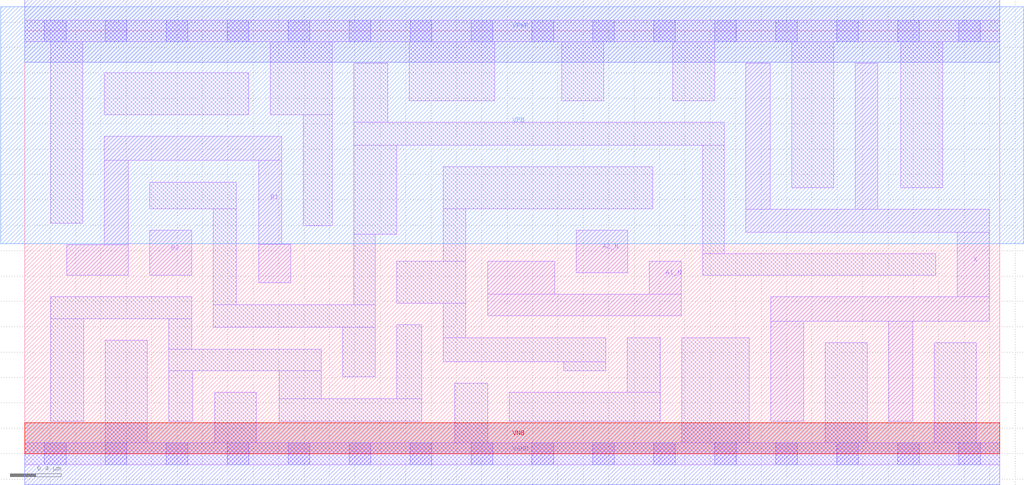
<source format=lef>
# Copyright 2020 The SkyWater PDK Authors
#
# Licensed under the Apache License, Version 2.0 (the "License");
# you may not use this file except in compliance with the License.
# You may obtain a copy of the License at
#
#     https://www.apache.org/licenses/LICENSE-2.0
#
# Unless required by applicable law or agreed to in writing, software
# distributed under the License is distributed on an "AS IS" BASIS,
# WITHOUT WARRANTIES OR CONDITIONS OF ANY KIND, either express or implied.
# See the License for the specific language governing permissions and
# limitations under the License.
#
# SPDX-License-Identifier: Apache-2.0

VERSION 5.7 ;
  NOWIREEXTENSIONATPIN ON ;
  DIVIDERCHAR "/" ;
  BUSBITCHARS "[]" ;
MACRO sky130_fd_sc_lp__o2bb2a_4
  CLASS CORE ;
  FOREIGN sky130_fd_sc_lp__o2bb2a_4 ;
  ORIGIN  0.000000  0.000000 ;
  SIZE  7.680000 BY  3.330000 ;
  SYMMETRY X Y R90 ;
  SITE unit ;
  PIN A1_N
    ANTENNAGATEAREA  0.630000 ;
    DIRECTION INPUT ;
    USE SIGNAL ;
    PORT
      LAYER li1 ;
        RECT 3.645000 1.085000 5.170000 1.255000 ;
        RECT 3.645000 1.255000 4.175000 1.515000 ;
        RECT 4.920000 1.255000 5.170000 1.515000 ;
    END
  END A1_N
  PIN A2_N
    ANTENNAGATEAREA  0.630000 ;
    DIRECTION INPUT ;
    USE SIGNAL ;
    PORT
      LAYER li1 ;
        RECT 4.345000 1.425000 4.750000 1.760000 ;
    END
  END A2_N
  PIN B1
    ANTENNAGATEAREA  0.630000 ;
    DIRECTION INPUT ;
    USE SIGNAL ;
    PORT
      LAYER li1 ;
        RECT 0.330000 1.405000 0.815000 1.645000 ;
        RECT 0.625000 1.645000 0.815000 2.310000 ;
        RECT 0.625000 2.310000 2.025000 2.500000 ;
        RECT 1.845000 1.345000 2.095000 1.650000 ;
        RECT 1.845000 1.650000 2.025000 2.310000 ;
    END
  END B1
  PIN B2
    ANTENNAGATEAREA  0.630000 ;
    DIRECTION INPUT ;
    USE SIGNAL ;
    PORT
      LAYER li1 ;
        RECT 0.985000 1.405000 1.315000 1.760000 ;
    END
  END B2
  PIN X
    ANTENNADIFFAREA  1.176000 ;
    DIRECTION OUTPUT ;
    USE SIGNAL ;
    PORT
      LAYER li1 ;
        RECT 5.680000 1.745000 7.595000 1.925000 ;
        RECT 5.680000 1.925000 5.870000 3.075000 ;
        RECT 5.875000 0.255000 6.135000 1.045000 ;
        RECT 5.875000 1.045000 7.595000 1.235000 ;
        RECT 6.540000 1.925000 6.720000 3.075000 ;
        RECT 6.805000 0.255000 6.995000 1.045000 ;
        RECT 7.345000 1.235000 7.595000 1.745000 ;
    END
  END X
  PIN VGND
    DIRECTION INOUT ;
    USE GROUND ;
    PORT
      LAYER met1 ;
        RECT 0.000000 -0.245000 7.680000 0.245000 ;
    END
  END VGND
  PIN VNB
    DIRECTION INOUT ;
    USE GROUND ;
    PORT
      LAYER pwell ;
        RECT 0.000000 0.000000 7.680000 0.245000 ;
    END
  END VNB
  PIN VPB
    DIRECTION INOUT ;
    USE POWER ;
    PORT
      LAYER nwell ;
        RECT -0.190000 1.655000 7.870000 3.520000 ;
    END
  END VPB
  PIN VPWR
    DIRECTION INOUT ;
    USE POWER ;
    PORT
      LAYER met1 ;
        RECT 0.000000 3.085000 7.680000 3.575000 ;
    END
  END VPWR
  OBS
    LAYER li1 ;
      RECT 0.000000 -0.085000 7.680000 0.085000 ;
      RECT 0.000000  3.245000 7.680000 3.415000 ;
      RECT 0.205000  0.255000 0.465000 1.065000 ;
      RECT 0.205000  1.065000 1.315000 1.235000 ;
      RECT 0.205000  1.815000 0.455000 3.245000 ;
      RECT 0.625000  2.670000 1.765000 3.000000 ;
      RECT 0.635000  0.085000 0.965000 0.895000 ;
      RECT 0.985000  1.930000 1.665000 2.140000 ;
      RECT 1.135000  0.255000 1.325000 0.655000 ;
      RECT 1.135000  0.655000 2.335000 0.825000 ;
      RECT 1.135000  0.825000 1.315000 1.065000 ;
      RECT 1.485000  0.995000 2.760000 1.175000 ;
      RECT 1.485000  1.175000 1.665000 1.930000 ;
      RECT 1.495000  0.085000 1.825000 0.485000 ;
      RECT 1.935000  2.670000 2.420000 3.245000 ;
      RECT 2.005000  0.255000 3.125000 0.435000 ;
      RECT 2.005000  0.435000 2.335000 0.655000 ;
      RECT 2.195000  1.795000 2.420000 2.670000 ;
      RECT 2.505000  0.605000 2.760000 0.995000 ;
      RECT 2.590000  1.175000 2.760000 1.730000 ;
      RECT 2.590000  1.730000 2.930000 2.430000 ;
      RECT 2.590000  2.430000 5.510000 2.610000 ;
      RECT 2.590000  2.610000 2.860000 3.075000 ;
      RECT 2.930000  0.435000 3.125000 1.015000 ;
      RECT 2.930000  1.185000 3.475000 1.515000 ;
      RECT 3.030000  2.780000 3.700000 3.245000 ;
      RECT 3.295000  0.725000 4.575000 0.915000 ;
      RECT 3.295000  0.915000 3.475000 1.185000 ;
      RECT 3.295000  1.515000 3.475000 1.930000 ;
      RECT 3.295000  1.930000 4.945000 2.260000 ;
      RECT 3.385000  0.085000 3.645000 0.555000 ;
      RECT 3.815000  0.255000 5.005000 0.485000 ;
      RECT 4.230000  2.780000 4.560000 3.245000 ;
      RECT 4.245000  0.655000 4.575000 0.725000 ;
      RECT 4.745000  0.485000 5.005000 0.915000 ;
      RECT 5.105000  2.780000 5.435000 3.245000 ;
      RECT 5.175000  0.085000 5.705000 0.915000 ;
      RECT 5.340000  1.405000 7.175000 1.575000 ;
      RECT 5.340000  1.575000 5.510000 2.430000 ;
      RECT 6.040000  2.095000 6.370000 3.245000 ;
      RECT 6.305000  0.085000 6.635000 0.875000 ;
      RECT 6.900000  2.095000 7.230000 3.245000 ;
      RECT 7.165000  0.085000 7.495000 0.875000 ;
    LAYER mcon ;
      RECT 0.155000 -0.085000 0.325000 0.085000 ;
      RECT 0.155000  3.245000 0.325000 3.415000 ;
      RECT 0.635000 -0.085000 0.805000 0.085000 ;
      RECT 0.635000  3.245000 0.805000 3.415000 ;
      RECT 1.115000 -0.085000 1.285000 0.085000 ;
      RECT 1.115000  3.245000 1.285000 3.415000 ;
      RECT 1.595000 -0.085000 1.765000 0.085000 ;
      RECT 1.595000  3.245000 1.765000 3.415000 ;
      RECT 2.075000 -0.085000 2.245000 0.085000 ;
      RECT 2.075000  3.245000 2.245000 3.415000 ;
      RECT 2.555000 -0.085000 2.725000 0.085000 ;
      RECT 2.555000  3.245000 2.725000 3.415000 ;
      RECT 3.035000 -0.085000 3.205000 0.085000 ;
      RECT 3.035000  3.245000 3.205000 3.415000 ;
      RECT 3.515000 -0.085000 3.685000 0.085000 ;
      RECT 3.515000  3.245000 3.685000 3.415000 ;
      RECT 3.995000 -0.085000 4.165000 0.085000 ;
      RECT 3.995000  3.245000 4.165000 3.415000 ;
      RECT 4.475000 -0.085000 4.645000 0.085000 ;
      RECT 4.475000  3.245000 4.645000 3.415000 ;
      RECT 4.955000 -0.085000 5.125000 0.085000 ;
      RECT 4.955000  3.245000 5.125000 3.415000 ;
      RECT 5.435000 -0.085000 5.605000 0.085000 ;
      RECT 5.435000  3.245000 5.605000 3.415000 ;
      RECT 5.915000 -0.085000 6.085000 0.085000 ;
      RECT 5.915000  3.245000 6.085000 3.415000 ;
      RECT 6.395000 -0.085000 6.565000 0.085000 ;
      RECT 6.395000  3.245000 6.565000 3.415000 ;
      RECT 6.875000 -0.085000 7.045000 0.085000 ;
      RECT 6.875000  3.245000 7.045000 3.415000 ;
      RECT 7.355000 -0.085000 7.525000 0.085000 ;
      RECT 7.355000  3.245000 7.525000 3.415000 ;
  END
END sky130_fd_sc_lp__o2bb2a_4
END LIBRARY

</source>
